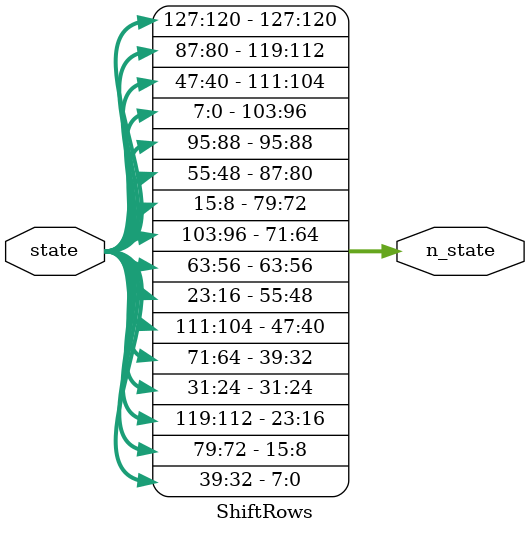
<source format=v>
`timescale 1ns / 1ps
module ShiftRows(  
    input [127:0]state,
    output [127:0]n_state
);

// first row
assign n_state[127:120] = state[127:120];
assign n_state[95:88] = state[95:88];
assign n_state[63:56] = state[63:56];
assign n_state[31:24] = state[31:24];
// second row
assign n_state[119:112] = state[87:80];
assign n_state[87:80] = state[55:48];
assign n_state[55:48] = state[23:16];
assign n_state[23:16] = state[119:112];
// third row
assign n_state[111:104] = state[47:40];
assign n_state[79:72] = state[15:8];
assign n_state[47:40] = state[111:104];
assign n_state[15:8] = state[79:72];
// forth row 
assign n_state[103:96] = state[7:0];
assign n_state[71:64] = state[103:96];
assign n_state[39:32] = state[71:64];
assign n_state[7:0] = state[39:32];
endmodule
</source>
